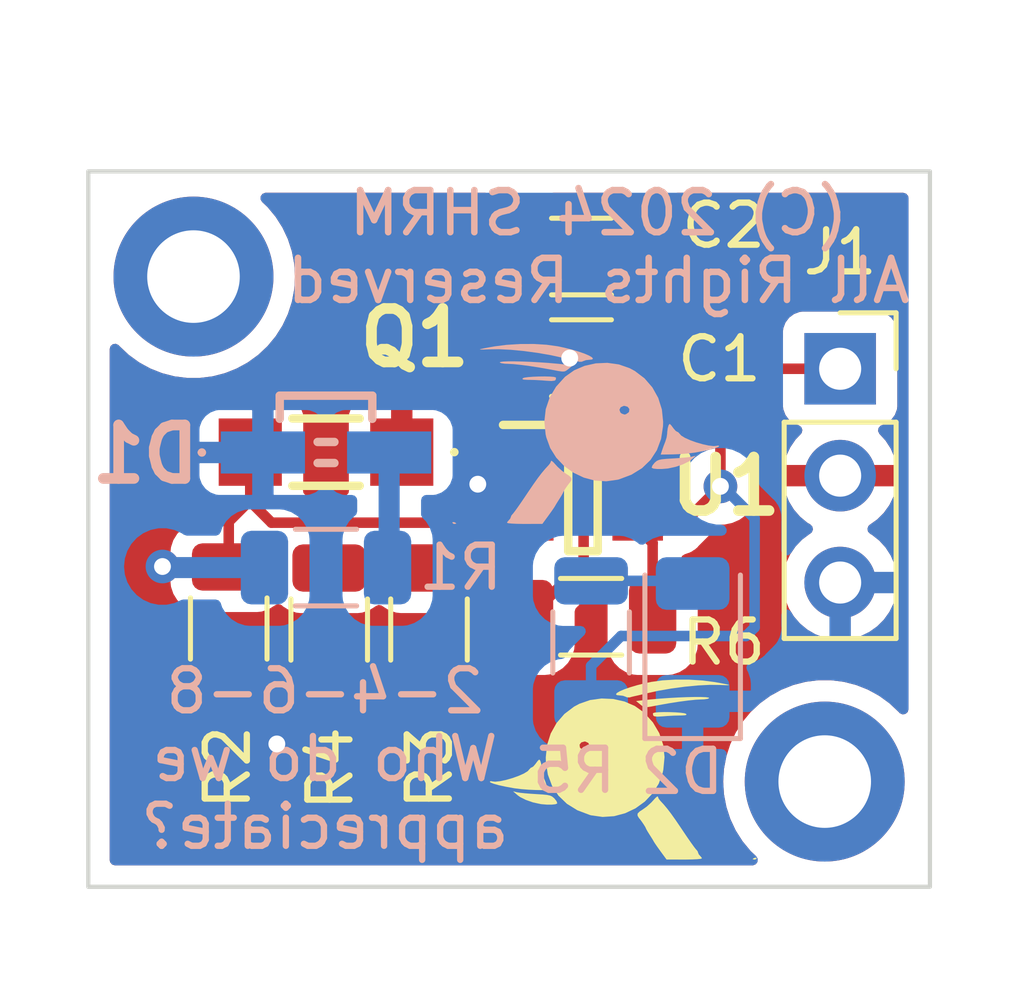
<source format=kicad_pcb>
(kicad_pcb (version 20211014) (generator pcbnew)
  (layers (0 "F.Cu" signal) (31 "B.Cu" signal) (34 "B.Paste" user) (35 "F.Paste" user) (36 "B.SilkS" user "B.Silkscreen") (37 "F.SilkS" user "F.Silkscreen") (38 "B.Mask" user) (39 "F.Mask" user) (44 "Edge.Cuts" user))
  (net 0 "")
  (net 1 "VDD")
  (net 2 "GND")
  (net 3 "Net-(D1-Pad2)")
  (net 4 "Net-(D2-Pad2)")
  (net 7 "/SIGNAL")
  (net 8 "/VLIGHT")
  (net 9 "/VREF")
  (footprint "Capacitor_SMD:C_1206_3216Metric" (layer "F.Cu") (at 135.9408 114.3762 180)
    (fp_text reference "C1" (at -3.2766 -0.0254) (layer "F.SilkS"))
    (fp_text value "0.1u" hide)
    (fp_line (start -0.711252 0.91) (end 0.711252 0.91) (layer "F.SilkS") (width 0.12))
    (fp_line (start -0.711252 -0.91) (end 0.711252 -0.91) (layer "F.SilkS") (width 0.12))
    (pad "1" smd roundrect (at -1.475 0 180) (size 1.15 1.8) (layers "F.Cu" "F.Paste" "F.Mask") (roundrect_rratio 0.217391) (net 1 "VDD"))
    (pad "2" smd roundrect (at 1.475 0 180) (size 1.15 1.8) (layers "F.Cu" "F.Paste" "F.Mask") (roundrect_rratio 0.217391) (net 2 "GND"))
  )
  (footprint "Capacitor_SMD:C_1206_3216Metric" (layer "F.Cu") (at 135.9408 111.9632 180)
    (fp_text reference "C2" (at -3.3782 0.7366) (layer "F.SilkS"))
    (fp_text value "10u" hide)
    (fp_line (start -0.711252 0.91) (end 0.711252 0.91) (layer "F.SilkS") (width 0.12))
    (fp_line (start -0.711252 -0.91) (end 0.711252 -0.91) (layer "F.SilkS") (width 0.12))
    (pad "1" smd roundrect (at -1.475 0 180) (size 1.15 1.8) (layers "F.Cu" "F.Paste" "F.Mask") (roundrect_rratio 0.217391) (net 1 "VDD"))
    (pad "2" smd roundrect (at 1.475 0 180) (size 1.15 1.8) (layers "F.Cu" "F.Paste" "F.Mask") (roundrect_rratio 0.217391) (net 2 "GND"))
  )
  (footprint "LOGO" (layer "F.Cu") (at 136.867979 124.042424)
    (fp_text reference "G***" hide)
    (fp_text value "LOGO" hide)
    (fp_poly (pts (xy 1.913529 -1.612956) (xy 2.027994 -1.608028) (xy 2.095237 -1.598176) (xy 2.10874 -1.585518) (xy 2.068515 -1.567943) (xy 1.985846 -1.556428) (xy 1.915173 -1.553808) (xy 1.783659 -1.547239) (xy 1.603859 -1.528767) (xy 1.389396 -1.500244) (xy 1.153894 -1.463519) (xy 0.910978 -1.420444) (xy 0.855456 -1.409827) (xy 0.721232 -1.384099) (xy 0.633459 -1.370926) (xy 0.576174 -1.371583) (xy 0.533419 -1.387349) (xy 0.489233 -1.419501) (xy 0.462668 -1.44126) (xy 0.370405 -1.516694) (xy 0.510234 -1.533172) (xy 0.715192 -1.554849) (xy 0.932945 -1.573567) (xy 1.154917 -1.589047) (xy 1.372535 -1.601006) (xy 1.577225 -1.609165) (xy 1.760414 -1.613242)) (layer "F.SilkS") (width 0) (fill solid))
    (fp_poly (pts (xy -2.457553 0.652201) (xy -2.387091 0.663295) (xy -2.270955 0.675428) (xy -2.126832 0.68694) (xy -2.009205 0.694266) (xy -1.853049 0.703776) (xy -1.746381 0.71433) (xy -1.675307 0.729251) (xy -1.625933 0.75186) (xy -1.584368 0.785478) (xy -1.570379 0.799171) (xy -1.520224 0.86201) (xy -1.502998 0.910599) (xy -1.505305 0.918085) (xy -1.54761 0.936206) (xy -1.634964 0.945402) (xy -1.74955 0.945105) (xy -1.87355 0.93475) (xy -1.902621 0.930722) (xy -2.078791 0.892148) (xy -2.246978 0.834097) (xy -2.385556 0.764848) (xy -2.442371 0.724087) (xy -2.552684 0.629352)) (layer "F.SilkS") (width 0) (fill solid))
    (fp_poly (pts (xy 1.173233 -1.252933) (xy 1.31073 -1.247596) (xy 1.431621 -1.238651) (xy 1.519947 -1.226466) (xy 1.558521 -1.212921) (xy 1.569023 -1.190641) (xy 1.538199 -1.178305) (xy 1.456856 -1.173453) (xy 1.409526 -1.173058) (xy 1.269146 -1.169573) (xy 1.109184 -1.160852) (xy 1.011253 -1.153033) (xy 0.880632 -1.145606) (xy 0.804317 -1.15397) (xy 0.778178 -1.171223) (xy 0.76954 -1.218598) (xy 0.776355 -1.230886) (xy 0.820691 -1.243641) (xy 0.912254 -1.251322) (xy 1.035088 -1.254298)) (layer "F.SilkS") (width 0) (fill solid))
    (fp_poly (pts (xy -0.174329 -1.565625) (xy 0.092865 -1.505977) (xy 0.338788 -1.400343) (xy 0.550834 -1.250438) (xy 0.560158 -1.241962) (xy 0.769832 -1.009562) (xy 0.92166 -0.753375) (xy 1.014415 -0.477375) (xy 1.046871 -0.185536) (xy 1.017802 0.118168) (xy 1.002047 0.190262) (xy 0.908848 0.447122) (xy 0.764851 0.676312) (xy 0.578424 0.872996) (xy 0.357936 1.032337) (xy 0.111758 1.149496) (xy -0.151741 1.219637) (xy -0.424193 1.237923) (xy -0.697227 1.199516) (xy -0.729338 1.19095) (xy -1.024576 1.07954) (xy -1.273816 0.925399) (xy -1.475151 0.73102) (xy -1.626672 0.498897) (xy -1.726471 0.231521) (xy -1.772638 -0.068613) (xy -1.77578 -0.176069) (xy -1.745777 -0.469817) (xy -1.742358 -0.480644) (xy -0.972056 -0.480644) (xy -0.965159 -0.416207) (xy -0.953516 -0.399037) (xy -0.893254 -0.356969) (xy -0.856179 -0.348814) (xy -0.790577 -0.371688) (xy -0.758842 -0.399037) (xy -0.737006 -0.463426) (xy -0.765568 -0.521108) (xy -0.832697 -0.553139) (xy -0.856179 -0.554931) (xy -0.931786 -0.533202) (xy -0.972056 -0.480644) (xy -1.742358 -0.480644) (xy -1.658908 -0.744942) (xy -1.519881 -0.993923) (xy -1.333405 -1.209237) (xy -1.104187 -1.383361) (xy -0.977475 -1.451471) (xy -0.722106 -1.54009) (xy -0.450188 -1.577569)) (layer "F.SilkS") (width 0) (fill solid))
    (fp_poly (pts (xy 1.627634 -2.02484) (xy 1.949354 -2.004754) (xy 2.228638 -1.968782) (xy 2.36816 -1.944348) (xy 2.482738 -1.922503) (xy 2.559029 -1.905904) (xy 2.583677 -1.898054) (xy 2.561392 -1.893352) (xy 2.490418 -1.893076) (xy 2.385332 -1.897221) (xy 2.368648 -1.898158) (xy 2.126491 -1.901289) (xy 1.840713 -1.886985) (xy 1.528084 -1.857171) (xy 1.205376 -1.813773) (xy 0.889361 -1.758717) (xy 0.602497 -1.695351) (xy 0.488544 -1.667613) (xy 0.386995 -1.644032) (xy 0.343833 -1.634676) (xy 0.264235 -1.615959) (xy 0.216991 -1.601841) (xy 0.155679 -1.603951) (xy 0.126842 -1.617076) (xy 0.059482 -1.640975) (xy -0.006056 -1.648453) (xy -0.085112 -1.656603) (xy -0.108825 -1.678049) (xy -0.083236 -1.710144) (xy -0.014384 -1.750238) (xy 0.09169 -1.795684) (xy 0.228945 -1.843833) (xy 0.391341 -1.892037) (xy 0.572838 -1.937646) (xy 0.729003 -1.970734) (xy 0.996295 -2.007858) (xy 1.302893 -2.025884)) (layer "F.SilkS") (width 0) (fill solid))
    (fp_poly (pts (xy 0.88727 0.753121) (xy 0.908075 0.804896) (xy 0.943384 0.850559) (xy 1.029779 0.944312) (xy 1.114021 1.044918) (xy 1.204288 1.163249) (xy 1.30876 1.310174) (xy 1.435617 1.496563) (xy 1.484506 1.569663) (xy 1.58425 1.717382) (xy 1.673212 1.845563) (xy 1.744981 1.945253) (xy 1.793145 2.007493) (xy 1.809833 2.024178) (xy 1.83729 2.060575) (xy 1.839201 2.075789) (xy 1.861461 2.12897) (xy 1.886767 2.156305) (xy 1.92663 2.20208) (xy 1.934333 2.223608) (xy 1.90457 2.233803) (xy 1.823057 2.242178) (xy 1.701453 2.247988) (xy 1.551418 2.250484) (xy 1.51417 2.250512) (xy 1.094008 2.249587) (xy 0.951311 2.054533) (xy 0.880561 1.956296) (xy 0.824738 1.875959) (xy 0.794465 1.828861) (xy 0.792759 1.825557) (xy 0.767178 1.780665) (xy 0.719805 1.704357) (xy 0.689701 1.657497) (xy 0.639685 1.577327) (xy 0.608141 1.520543) (xy 0.602497 1.505589) (xy 0.585915 1.471465) (xy 0.546065 1.408532) (xy 0.497788 1.338676) (xy 0.455929 1.283778) (xy 0.441632 1.268415) (xy 0.416051 1.227929) (xy 0.403751 1.19905) (xy 0.407925 1.154888) (xy 0.458598 1.105243) (xy 0.522017 1.06468) (xy 0.6266 0.989783) (xy 0.732759 0.89313) (xy 0.773323 0.848651) (xy 0.834204 0.782378) (xy 0.875588 0.749448)) (layer "F.SilkS") (width 0) (fill solid))
    (fp_poly (pts (xy -1.906157 -0.098666) (xy -1.885249 -0.028186) (xy -1.87277 0.063709) (xy -1.871344 0.101983) (xy -1.858463 0.192614) (xy -1.828031 0.290934) (xy -1.827487 0.292245) (xy -1.785926 0.399236) (xy -1.750966 0.499438) (xy -1.717868 0.602497) (xy -2.008434 0.598086) (xy -2.176494 0.591105) (xy -2.356311 0.576657) (xy -2.513431 0.557623) (xy -2.536829 0.553901) (xy -2.729325 0.518702) (xy -2.890939 0.483219) (xy -3.013264 0.449697) (xy -3.087896 0.420384) (xy -3.107615 0.401338) (xy -3.084404 0.386211) (xy -3.062099 0.391205) (xy -2.979933 0.40082) (xy -2.859948 0.387959) (xy -2.716752 0.357283) (xy -2.564952 0.31345) (xy -2.419157 0.26112) (xy -2.293974 0.204953) (xy -2.204013 0.149606) (xy -2.165572 0.105254) (xy -2.129058 0.066853) (xy -2.113274 0.06333) (xy -2.073096 0.039155) (xy -2.021648 -0.02008) (xy -2.013608 -0.03171) (xy -1.966747 -0.09437) (xy -1.933387 -0.125873) (xy -1.930102 -0.12675)) (layer "F.SilkS") (width 0) (fill solid))
    (fp_poly (pts (xy 3.234457 2.220721) (xy 3.208758 2.247976) (xy 3.186892 2.251436) (xy 3.144584 2.244651) (xy 3.139326 2.238973) (xy 3.164122 2.218526) (xy 3.186892 2.208258) (xy 3.227724 2.207599)) (layer "F.SilkS") (width 0) (fill solid))
  )
  (footprint "Connector_PinSocket_2.54mm:PinSocket_1x03_P2.54mm_Vertical" (layer "F.Cu") (at 142.0876 114.6302)
    (fp_text reference "J1" (at 0 -2.77) (layer "F.SilkS"))
    (fp_text value "Conn_01x03" hide)
    (fp_line (start -1.33 1.27) (end 1.33 1.27) (layer "F.SilkS") (width 0.12))
    (fp_line (start 1.33 -1.33) (end 1.33 0) (layer "F.SilkS") (width 0.12))
    (fp_line (start 0 -1.33) (end 1.33 -1.33) (layer "F.SilkS") (width 0.12))
    (fp_line (start -1.33 6.41) (end 1.33 6.41) (layer "F.SilkS") (width 0.12))
    (fp_line (start -1.33 1.27) (end -1.33 6.41) (layer "F.SilkS") (width 0.12))
    (fp_line (start 1.33 1.27) (end 1.33 6.41) (layer "F.SilkS") (width 0.12))
    (pad "1" thru_hole rect (at 0 0) (size 1.7 1.7) (drill 1) (layers *.Cu *.Mask) (net 7 "/SIGNAL"))
    (pad "2" thru_hole oval (at 0 2.54) (size 1.7 1.7) (drill 1) (layers *.Cu *.Mask) (net 1 "VDD"))
    (pad "3" thru_hole oval (at 0 5.08) (size 1.7 1.7) (drill 1) (layers *.Cu *.Mask) (net 2 "GND"))
  )
  (footprint "MountingHole:MountingHole_2.2mm_M2_DIN965_Pad" (layer "F.Cu") (at 141.7212 124.4398)
    (fp_text reference "H1" hide)
    (fp_text value "MountingHole_Pad" hide)
    (pad "1" thru_hole circle (at 0 0) (size 3.8 3.8) (drill 2.2) (layers *.Cu *.Mask))
  )
  (footprint "MountingHole:MountingHole_2.2mm_M2_DIN965_Pad" (layer "F.Cu") (at 126.7212 112.4398)
    (fp_text reference "H2" hide)
    (fp_text value "MountingHole_Pad" hide)
    (pad "1" thru_hole circle (at 0 0) (size 3.8 3.8) (drill 2.2) (layers *.Cu *.Mask))
  )
  (footprint "Appreciate:SOT95P285X145-5N" (layer "F.Cu") (at 135.9764 117.4646)
    (fp_text reference "U1" (at 3.3934 -0.0404) (layer "F.SilkS") (effects (font (size 1.27 1.27) (thickness 0.254))))
    (fp_text value "APX321WG-7" hide)
    (fp_line (start -0.35 1.5) (end -0.35 -1.5) (layer "F.SilkS") (width 0.2))
    (fp_line (start -0.35 -1.5) (end 0.35 -1.5) (layer "F.SilkS") (width 0.2))
    (fp_line (start 0.35 -1.5) (end 0.35 1.5) (layer "F.SilkS") (width 0.2))
    (fp_line (start -1.9 -1.5) (end -0.7 -1.5) (layer "F.SilkS") (width 0.2))
    (fp_line (start 0.35 1.5) (end -0.35 1.5) (layer "F.SilkS") (width 0.2))
    (pad "1" smd rect (at -1.3 -0.95 90) (size 0.6 1.2) (layers "F.Cu" "F.Paste" "F.Mask") (net 9 "/VREF"))
    (pad "2" smd rect (at -1.3 0 90) (size 0.6 1.2) (layers "F.Cu" "F.Paste" "F.Mask") (net 2 "GND"))
    (pad "3" smd rect (at -1.3 0.95 90) (size 0.6 1.2) (layers "F.Cu" "F.Paste" "F.Mask") (net 8 "/VLIGHT"))
    (pad "4" smd rect (at 1.3 0.95 90) (size 0.6 1.2) (layers "F.Cu" "F.Paste" "F.Mask") (net 7 "/SIGNAL"))
    (pad "5" smd rect (at 1.3 -0.95 90) (size 0.6 1.2) (layers "F.Cu" "F.Paste" "F.Mask") (net 1 "VDD"))
  )
  (footprint "Resistor_SMD:R_1206_3216Metric" (layer "F.Cu") (at 136.1694 120.523)
    (fp_text reference "R6" (at 3.1496 0.6096) (layer "F.SilkS"))
    (fp_text value "5k" hide)
    (fp_line (start -0.727064 -0.91) (end 0.727064 -0.91) (layer "F.SilkS") (width 0.12))
    (fp_line (start -0.727064 0.91) (end 0.727064 0.91) (layer "F.SilkS") (width 0.12))
    (pad "1" smd roundrect (at -1.4625 0) (size 1.125 1.75) (layers "F.Cu" "F.Paste" "F.Mask") (roundrect_rratio 0.222222) (net 9 "/VREF"))
    (pad "2" smd roundrect (at 1.4625 0) (size 1.125 1.75) (layers "F.Cu" "F.Paste" "F.Mask") (roundrect_rratio 0.222222) (net 7 "/SIGNAL"))
  )
  (footprint "Appreciate:APTR3216P3BT" (layer "F.Cu") (at 129.8702 116.6114 180)
    (fp_text reference "Q1" (at -2.1082 2.7178) (layer "F.SilkS") (effects (font (size 1.27 1.27) (thickness 0.254))))
    (fp_text value "APTR3216P3BT" hide)
    (fp_line (start -3.1 0) (end -3.1 0) (layer "F.SilkS") (width 0.1))
    (fp_line (start -3 0) (end -3 0) (layer "F.SilkS") (width 0.1))
    (fp_line (start -0.8 -0.8) (end 0.8 -0.8) (layer "F.SilkS") (width 0.2))
    (fp_line (start -0.8 0.8) (end 0.8 0.8) (layer "F.SilkS") (width 0.2))
    (fp_arc (start -3.1 0) (mid -3.05 -0.05) (end -3 0) (layer "F.SilkS") (width 0.1))
    (fp_arc (start -3 0) (mid -3.05 0.05) (end -3.1 0) (layer "F.SilkS") (width 0.1))
    (pad "1" smd rect (at -1.8 0 180) (size 1.5 1.6) (layers "F.Cu" "F.Paste" "F.Mask") (net 1 "VDD"))
    (pad "2" smd rect (at 1.8 0 180) (size 1.5 1.6) (layers "F.Cu" "F.Paste" "F.Mask") (net 8 "/VLIGHT"))
  )
  (footprint "Resistor_SMD:R_1206_3216Metric" (layer "F.Cu") (at 129.9464 120.8278 -90)
    (fp_text reference "R4" (at 3.302 -0.0254 90) (layer "F.SilkS"))
    (fp_text value "2k" hide)
    (fp_line (start -0.727064 -0.91) (end 0.727064 -0.91) (layer "F.SilkS") (width 0.12))
    (fp_line (start -0.727064 0.91) (end 0.727064 0.91) (layer "F.SilkS") (width 0.12))
    (pad "1" smd roundrect (at -1.4625 0 270) (size 1.125 1.75) (layers "F.Cu" "F.Paste" "F.Mask") (roundrect_rratio 0.222222) (net 9 "/VREF"))
    (pad "2" smd roundrect (at 1.4625 0 270) (size 1.125 1.75) (layers "F.Cu" "F.Paste" "F.Mask") (roundrect_rratio 0.222222) (net 2 "GND"))
  )
  (footprint "Resistor_SMD:R_1206_3216Metric" (layer "F.Cu") (at 127.5588 120.8024 -90)
    (fp_text reference "R2" (at 3.302 0.0254 90) (layer "F.SilkS"))
    (fp_text value "2k1" hide)
    (fp_line (start -0.727064 0.91) (end 0.727064 0.91) (layer "F.SilkS") (width 0.12))
    (fp_line (start -0.727064 -0.91) (end 0.727064 -0.91) (layer "F.SilkS") (width 0.12))
    (pad "1" smd roundrect (at -1.4625 0 270) (size 1.125 1.75) (layers "F.Cu" "F.Paste" "F.Mask") (roundrect_rratio 0.222222) (net 8 "/VLIGHT"))
    (pad "2" smd roundrect (at 1.4625 0 270) (size 1.125 1.75) (layers "F.Cu" "F.Paste" "F.Mask") (roundrect_rratio 0.222222) (net 2 "GND"))
  )
  (footprint "Resistor_SMD:R_1206_3216Metric" (layer "F.Cu") (at 132.3174 120.8266 90)
    (fp_text reference "R3" (at -3.2778 0.0166 90) (layer "F.SilkS"))
    (fp_text value "3k" hide)
    (fp_line (start -0.727064 -0.91) (end 0.727064 -0.91) (layer "F.SilkS") (width 0.12))
    (fp_line (start -0.727064 0.91) (end 0.727064 0.91) (layer "F.SilkS") (width 0.12))
    (pad "1" smd roundrect (at -1.4625 0 90) (size 1.125 1.75) (layers "F.Cu" "F.Paste" "F.Mask") (roundrect_rratio 0.222222) (net 1 "VDD"))
    (pad "2" smd roundrect (at 1.4625 0 90) (size 1.125 1.75) (layers "F.Cu" "F.Paste" "F.Mask") (roundrect_rratio 0.222222) (net 9 "/VREF"))
  )
  (footprint "Resistor_SMD:R_1206_3216Metric" (layer "B.Cu") (at 129.8702 119.3546)
    (fp_text reference "R1" (at 3.2004 0) (layer "B.SilkS") (effects (justify mirror)))
    (fp_text value "180" hide)
    (fp_line (start -0.727064 -0.91) (end 0.727064 -0.91) (layer "B.SilkS") (width 0.12))
    (fp_line (start -0.727064 0.91) (end 0.727064 0.91) (layer "B.SilkS") (width 0.12))
    (pad "1" smd roundrect (at -1.4625 0) (size 1.125 1.75) (layers "B.Cu" "B.Paste" "B.Mask") (roundrect_rratio 0.222222) (net 1 "VDD"))
    (pad "2" smd roundrect (at 1.4625 0) (size 1.125 1.75) (layers "B.Cu" "B.Paste" "B.Mask") (roundrect_rratio 0.222222) (net 3 "Net-(D1-Pad2)"))
  )
  (footprint "Appreciate:APDA3020F3CP22" (layer "B.Cu") (at 129.8702 115.5446 180)
    (fp_text reference "D1" (at 4.2926 -1.1176) (layer "B.SilkS") (effects (font (size 1.27 1.27) (thickness 0.254)) (justify mirror)))
    (fp_text value "APDA3020F3C-P22" hide)
    (fp_line (start -1.1 0.275) (end 1.1 0.275) (layer "B.SilkS") (width 0.2))
    (fp_line (start 2.9 -1.075) (end 2.9 -1.075) (layer "B.SilkS") (width 0.1))
    (fp_line (start -0.2 -1.325) (end 0.2 -1.325) (layer "B.SilkS") (width 0.2))
    (fp_line (start 1.1 0.275) (end 1.1 -0.275) (layer "B.SilkS") (width 0.2))
    (fp_line (start 3 -1.075) (end 3 -1.075) (layer "B.SilkS") (width 0.1))
    (fp_line (start -1.1 -0.275) (end -1.1 0.275) (layer "B.SilkS") (width 0.2))
    (fp_line (start -0.2 -0.825) (end 0.2 -0.825) (layer "B.SilkS") (width 0.2))
    (fp_arc (start 3 -1.075) (mid 2.95 -1.025) (end 2.9 -1.075) (layer "B.SilkS") (width 0.1))
    (fp_arc (start 2.9 -1.075) (mid 2.95 -1.125) (end 3 -1.075) (layer "B.SilkS") (width 0.1))
    (pad "1" smd rect (at 1.5 -1.075 90) (size 1 2) (layers "B.Cu" "B.Paste" "B.Mask") (net 2 "GND"))
    (pad "2" smd rect (at -1.5 -1.075 90) (size 1 2) (layers "B.Cu" "B.Paste" "B.Mask") (net 3 "Net-(D1-Pad2)"))
  )
  (footprint "LED_SMD:LED_1206_3216Metric" (layer "B.Cu") (at 138.5824 121.1326 90)
    (fp_text reference "D2" (at -3.0734 -0.254) (layer "B.SilkS") (effects (justify mirror)))
    (fp_text value "LED" hide)
    (fp_line (start -2.285 -1.135) (end 1.6 -1.135) (layer "B.SilkS") (width 0.12))
    (fp_line (start 1.6 1.135) (end -2.285 1.135) (layer "B.SilkS") (width 0.12))
    (fp_line (start -2.285 1.135) (end -2.285 -1.135) (layer "B.SilkS") (width 0.12))
    (pad "1" smd roundrect (at -1.4 0 90) (size 1.25 1.75) (layers "B.Cu" "B.Paste" "B.Mask") (roundrect_rratio 0.2) (net 2 "GND"))
    (pad "2" smd roundrect (at 1.4 0 90) (size 1.25 1.75) (layers "B.Cu" "B.Paste" "B.Mask") (roundrect_rratio 0.2) (net 4 "Net-(D2-Pad2)"))
  )
  (footprint "Resistor_SMD:R_1206_3216Metric" (layer "B.Cu") (at 136.1694 121.1326 90)
    (fp_text reference "R5" (at -3.048 -0.4064) (layer "B.SilkS") (effects (justify mirror)))
    (fp_text value "R_Small" hide)
    (fp_line (start -0.727064 0.91) (end 0.727064 0.91) (layer "B.SilkS") (width 0.12))
    (fp_line (start -0.727064 -0.91) (end 0.727064 -0.91) (layer "B.SilkS") (width 0.12))
    (pad "1" smd roundrect (at -1.4625 0 90) (size 1.125 1.75) (layers "B.Cu" "B.Paste" "B.Mask") (roundrect_rratio 0.222222) (net 7 "/SIGNAL"))
    (pad "2" smd roundrect (at 1.4625 0 90) (size 1.125 1.75) (layers "B.Cu" "B.Paste" "B.Mask") (roundrect_rratio 0.222222) (net 4 "Net-(D2-Pad2)"))
  )
  (footprint "LOGO" (layer "B.Cu") (at 136.105821 116.066824 180)
    (fp_text reference "G***" hide)
    (fp_text value "LOGO" hide)
    (fp_poly (pts (xy 3.234457 -2.220721) (xy 3.208758 -2.247976) (xy 3.186892 -2.251436) (xy 3.144584 -2.244651) (xy 3.139326 -2.238973) (xy 3.164122 -2.218526) (xy 3.186892 -2.208258) (xy 3.227724 -2.207599)) (layer "B.SilkS") (width 0) (fill solid))
    (fp_poly (pts (xy 1.913529 1.612956) (xy 2.027994 1.608028) (xy 2.095237 1.598176) (xy 2.10874 1.585518) (xy 2.068515 1.567943) (xy 1.985846 1.556428) (xy 1.915173 1.553808) (xy 1.783659 1.547239) (xy 1.603859 1.528767) (xy 1.389396 1.500244) (xy 1.153894 1.463519) (xy 0.910978 1.420444) (xy 0.855456 1.409827) (xy 0.721232 1.384099) (xy 0.633459 1.370926) (xy 0.576174 1.371583) (xy 0.533419 1.387349) (xy 0.489233 1.419501) (xy 0.462668 1.44126) (xy 0.370405 1.516694) (xy 0.510234 1.533172) (xy 0.715192 1.554849) (xy 0.932945 1.573567) (xy 1.154917 1.589047) (xy 1.372535 1.601006) (xy 1.577225 1.609165) (xy 1.760414 1.613242)) (layer "B.SilkS") (width 0) (fill solid))
    (fp_poly (pts (xy 0.88727 -0.753121) (xy 0.908075 -0.804896) (xy 0.943384 -0.850559) (xy 1.029779 -0.944312) (xy 1.114021 -1.044918) (xy 1.204288 -1.163249) (xy 1.30876 -1.310174) (xy 1.435617 -1.496563) (xy 1.484506 -1.569663) (xy 1.58425 -1.717382) (xy 1.673212 -1.845563) (xy 1.744981 -1.945253) (xy 1.793145 -2.007493) (xy 1.809833 -2.024178) (xy 1.83729 -2.060575) (xy 1.839201 -2.075789) (xy 1.861461 -2.12897) (xy 1.886767 -2.156305) (xy 1.92663 -2.20208) (xy 1.934333 -2.223608) (xy 1.90457 -2.233803) (xy 1.823057 -2.242178) (xy 1.701453 -2.247988) (xy 1.551418 -2.250484) (xy 1.51417 -2.250512) (xy 1.094008 -2.249587) (xy 0.951311 -2.054533) (xy 0.880561 -1.956296) (xy 0.824738 -1.875959) (xy 0.794465 -1.828861) (xy 0.792759 -1.825557) (xy 0.767178 -1.780665) (xy 0.719805 -1.704357) (xy 0.689701 -1.657497) (xy 0.639685 -1.577327) (xy 0.608141 -1.520543) (xy 0.602497 -1.505589) (xy 0.585915 -1.471465) (xy 0.546065 -1.408532) (xy 0.497788 -1.338676) (xy 0.455929 -1.283778) (xy 0.441632 -1.268415) (xy 0.416051 -1.227929) (xy 0.403751 -1.19905) (xy 0.407925 -1.154888) (xy 0.458598 -1.105243) (xy 0.522017 -1.06468) (xy 0.6266 -0.989783) (xy 0.732759 -0.89313) (xy 0.773323 -0.848651) (xy 0.834204 -0.782378) (xy 0.875588 -0.749448)) (layer "B.SilkS") (width 0) (fill solid))
    (fp_poly (pts (xy -1.906157 0.098666) (xy -1.885249 0.028186) (xy -1.87277 -0.063709) (xy -1.871344 -0.101983) (xy -1.858463 -0.192614) (xy -1.828031 -0.290934) (xy -1.827487 -0.292245) (xy -1.785926 -0.399236) (xy -1.750966 -0.499438) (xy -1.717868 -0.602497) (xy -2.008434 -0.598086) (xy -2.176494 -0.591105) (xy -2.356311 -0.576657) (xy -2.513431 -0.557623) (xy -2.536829 -0.553901) (xy -2.729325 -0.518702) (xy -2.890939 -0.483219) (xy -3.013264 -0.449697) (xy -3.087896 -0.420384) (xy -3.107615 -0.401338) (xy -3.084404 -0.386211) (xy -3.062099 -0.391205) (xy -2.979933 -0.40082) (xy -2.859948 -0.387959) (xy -2.716752 -0.357283) (xy -2.564952 -0.31345) (xy -2.419157 -0.26112) (xy -2.293974 -0.204953) (xy -2.204013 -0.149606) (xy -2.165572 -0.105254) (xy -2.129058 -0.066853) (xy -2.113274 -0.06333) (xy -2.073096 -0.039155) (xy -2.021648 0.02008) (xy -2.013608 0.03171) (xy -1.966747 0.09437) (xy -1.933387 0.125873) (xy -1.930102 0.12675)) (layer "B.SilkS") (width 0) (fill solid))
    (fp_poly (pts (xy 1.173233 1.252933) (xy 1.31073 1.247596) (xy 1.431621 1.238651) (xy 1.519947 1.226466) (xy 1.558521 1.212921) (xy 1.569023 1.190641) (xy 1.538199 1.178305) (xy 1.456856 1.173453) (xy 1.409526 1.173058) (xy 1.269146 1.169573) (xy 1.109184 1.160852) (xy 1.011253 1.153033) (xy 0.880632 1.145606) (xy 0.804317 1.15397) (xy 0.778178 1.171223) (xy 0.76954 1.218598) (xy 0.776355 1.230886) (xy 0.820691 1.243641) (xy 0.912254 1.251322) (xy 1.035088 1.254298)) (layer "B.SilkS") (width 0) (fill solid))
    (fp_poly (pts (xy -0.174329 1.565625) (xy 0.092865 1.505977) (xy 0.338788 1.400343) (xy 0.550834 1.250438) (xy 0.560158 1.241962) (xy 0.769832 1.009562) (xy 0.92166 0.753375) (xy 1.014415 0.477375) (xy 1.046871 0.185536) (xy 1.017802 -0.118168) (xy 1.002047 -0.190262) (xy 0.908848 -0.447122) (xy 0.764851 -0.676312) (xy 0.578424 -0.872996) (xy 0.357936 -1.032337) (xy 0.111758 -1.149496) (xy -0.151741 -1.219637) (xy -0.424193 -1.237923) (xy -0.697227 -1.199516) (xy -0.729338 -1.19095) (xy -1.024576 -1.07954) (xy -1.273816 -0.925399) (xy -1.475151 -0.73102) (xy -1.626672 -0.498897) (xy -1.726471 -0.231521) (xy -1.772638 0.068613) (xy -1.77578 0.176069) (xy -1.745777 0.469817) (xy -1.742358 0.480644) (xy -0.972056 0.480644) (xy -0.965159 0.416207) (xy -0.953516 0.399037) (xy -0.893254 0.356969) (xy -0.856179 0.348814) (xy -0.790577 0.371688) (xy -0.758842 0.399037) (xy -0.737006 0.463426) (xy -0.765568 0.521108) (xy -0.832697 0.553139) (xy -0.856179 0.554931) (xy -0.931786 0.533202) (xy -0.972056 0.480644) (xy -1.742358 0.480644) (xy -1.658908 0.744942) (xy -1.519881 0.993923) (xy -1.333405 1.209237) (xy -1.104187 1.383361) (xy -0.977475 1.451471) (xy -0.722106 1.54009) (xy -0.450188 1.577569)) (layer "B.SilkS") (width 0) (fill solid))
    (fp_poly (pts (xy 1.627634 2.02484) (xy 1.949354 2.004754) (xy 2.228638 1.968782) (xy 2.36816 1.944348) (xy 2.482738 1.922503) (xy 2.559029 1.905904) (xy 2.583677 1.898054) (xy 2.561392 1.893352) (xy 2.490418 1.893076) (xy 2.385332 1.897221) (xy 2.368648 1.898158) (xy 2.126491 1.901289) (xy 1.840713 1.886985) (xy 1.528084 1.857171) (xy 1.205376 1.813773) (xy 0.889361 1.758717) (xy 0.602497 1.695351) (xy 0.488544 1.667613) (xy 0.386995 1.644032) (xy 0.343833 1.634676) (xy 0.264235 1.615959) (xy 0.216991 1.601841) (xy 0.155679 1.603951) (xy 0.126842 1.617076) (xy 0.059482 1.640975) (xy -0.006056 1.648453) (xy -0.085112 1.656603) (xy -0.108825 1.678049) (xy -0.083236 1.710144) (xy -0.014384 1.750238) (xy 0.09169 1.795684) (xy 0.228945 1.843833) (xy 0.391341 1.892037) (xy 0.572838 1.937646) (xy 0.729003 1.970734) (xy 0.996295 2.007858) (xy 1.302893 2.025884)) (layer "B.SilkS") (width 0) (fill solid))
    (fp_poly (pts (xy -2.457553 -0.652201) (xy -2.387091 -0.663295) (xy -2.270955 -0.675428) (xy -2.126832 -0.68694) (xy -2.009205 -0.694266) (xy -1.853049 -0.703776) (xy -1.746381 -0.71433) (xy -1.675307 -0.729251) (xy -1.625933 -0.75186) (xy -1.584368 -0.785478) (xy -1.570379 -0.799171) (xy -1.520224 -0.86201) (xy -1.502998 -0.910599) (xy -1.505305 -0.918085) (xy -1.54761 -0.936206) (xy -1.634964 -0.945402) (xy -1.74955 -0.945105) (xy -1.87355 -0.93475) (xy -1.902621 -0.930722) (xy -2.078791 -0.892148) (xy -2.246978 -0.834097) (xy -2.385556 -0.764848) (xy -2.442371 -0.724087) (xy -2.552684 -0.629352)) (layer "B.SilkS") (width 0) (fill solid))
  )
  (gr_rect (start 124.2212 109.9398) (end 144.2212 126.9398) (layer "Edge.Cuts") (width 0.1) (fill none))
  (gr_text "2-4-6-8\nWho do we\nappreciate?" (at 129.8448 123.9012) (layer "B.SilkS") (effects (font (size 1 1)) (justify mirror)))
  (gr_text "(C) 2024 SHRM\nAll Rights Reserved" (at 136.3472 111.7346) (layer "B.SilkS") (effects (font (size 1 1) (thickness 0.155)) (justify mirror)))
  (via (at 125.984 119.3292) (size 0.8) (drill 0.4) (layers "F.Cu" "B.Cu") (net 1))
  (segment (start 126.0094 119.3546) (end 125.984 119.3292) (width 0.5) (layer "B.Cu") (net 1))
  (segment (start 128.4077 119.3546) (end 126.0094 119.3546) (width 0.5) (layer "B.Cu") (net 1))
  (segment (start 134.6764 117.4646) (end 133.5682 117.4646) (width 0.25) (layer "F.Cu") (net 2))
  (segment (start 129.9464 122.2903) (end 128.7125 122.2903) (width 0.5) (layer "F.Cu") (net 2))
  (segment (start 128.7125 123.5349) (end 128.7018 123.5456) (width 0.5) (layer "F.Cu") (net 2))
  (segment (start 135.6614 114.3762) (end 134.4658 114.3762) (width 0.35) (layer "F.Cu") (net 2))
  (segment (start 127.5842 122.2903) (end 127.5588 122.2649) (width 0.25) (layer "F.Cu") (net 2))
  (segment (start 133.5682 117.4646) (end 133.477 117.3734) (width 0.25) (layer "F.Cu") (net 2))
  (segment (start 134.4658 114.3762) (end 134.4658 111.9632) (width 0.35) (layer "F.Cu") (net 2))
  (segment (start 128.7125 122.2903) (end 127.5842 122.2903) (width 0.5) (layer "F.Cu") (net 2))
  (segment (start 128.7125 122.2903) (end 128.7125 123.5349) (width 0.5) (layer "F.Cu") (net 2))
  (via (at 135.6614 114.3762) (size 0.8) (drill 0.4) (layers "F.Cu" "B.Cu") (net 2))
  (via (at 128.7018 123.5456) (size 0.8) (drill 0.4) (layers "F.Cu" "B.Cu") (net 2))
  (via (at 133.477 117.3734) (size 0.8) (drill 0.4) (layers "F.Cu" "B.Cu") (net 2))
  (segment (start 131.3702 119.3306) (end 131.3942 119.3546) (width 0.5) (layer "B.Cu") (net 3))
  (segment (start 131.3702 116.6196) (end 131.3702 119.3306) (width 0.5) (layer "B.Cu") (net 3))
  (segment (start 131.3942 119.3546) (end 131.3327 119.3546) (width 0.25) (layer "B.Cu") (net 3))
  (segment (start 138.5199 119.6701) (end 138.5824 119.7326) (width 0.25) (layer "B.Cu") (net 4))
  (segment (start 136.1694 119.6701) (end 138.5199 119.6701) (width 0.25) (layer "B.Cu") (net 4))
  (segment (start 142.0876 114.6302) (end 140.3604 114.6302) (width 0.25) (layer "F.Cu") (net 7))
  (segment (start 139.2428 117.4242) (end 138.2524 118.4146) (width 0.25) (layer "F.Cu") (net 7))
  (segment (start 140.3604 114.6302) (end 139.2428 115.7478) (width 0.25) (layer "F.Cu") (net 7))
  (segment (start 137.6319 120.523) (end 137.6319 118.7701) (width 0.25) (layer "F.Cu") (net 7))
  (segment (start 137.6319 118.7701) (end 137.2764 118.4146) (width 0.25) (layer "F.Cu") (net 7))
  (segment (start 138.2524 118.4146) (end 137.2764 118.4146) (width 0.25) (layer "F.Cu") (net 7))
  (segment (start 139.2428 115.7478) (end 139.2428 117.4242) (width 0.25) (layer "F.Cu") (net 7))
  (via (at 139.2428 117.4242) (size 0.8) (drill 0.4) (layers "F.Cu" "B.Cu") (net 7))
  (segment (start 140.0556 118.1862) (end 139.2936 117.4242) (width 0.25) (layer "B.Cu") (net 7))
  (segment (start 136.1694 121.6914) (end 136.8806 120.9802) (width 0.25) (layer "B.Cu") (net 7))
  (segment (start 136.8806 120.9802) (end 139.8524 120.9802) (width 0.25) (layer "B.Cu") (net 7))
  (segment (start 139.2936 117.4242) (end 139.2428 117.4242) (width 0.25) (layer "B.Cu") (net 7))
  (segment (start 140.0556 120.777) (end 140.0556 118.1862) (width 0.25) (layer "B.Cu") (net 7))
  (segment (start 136.1694 122.5951) (end 136.1694 121.6914) (width 0.25) (layer "B.Cu") (net 7))
  (segment (start 139.8524 120.9802) (end 140.0556 120.777) (width 0.25) (layer "B.Cu") (net 7))
  (segment (start 128.0702 117.751) (end 127.5588 118.2624) (width 0.25) (layer "F.Cu") (net 8))
  (segment (start 134.5496 118.2878) (end 134.6764 118.4146) (width 0.25) (layer "F.Cu") (net 8))
  (segment (start 127.5588 118.2624) (end 127.5588 119.3399) (width 0.25) (layer "F.Cu") (net 8))
  (segment (start 128.5748 118.2878) (end 134.5496 118.2878) (width 0.25) (layer "F.Cu") (net 8))
  (segment (start 128.0702 116.6114) (end 128.0702 117.751) (width 0.25) (layer "F.Cu") (net 8))
  (segment (start 128.0702 116.6114) (end 128.0702 117.7832) (width 0.25) (layer "F.Cu") (net 8))
  (segment (start 128.0702 117.7832) (end 128.5748 118.2878) (width 0.25) (layer "F.Cu") (net 8))
  (segment (start 135.5392 116.5146) (end 135.9916 116.967) (width 0.25) (layer "F.Cu") (net 9))
  (segment (start 132.3174 119.3641) (end 133.0547 119.3641) (width 0.25) (layer "F.Cu") (net 9))
  (segment (start 135.9916 116.967) (end 135.9916 119.2383) (width 0.25) (layer "F.Cu") (net 9))
  (segment (start 134.2136 120.523) (end 134.7069 120.523) (width 0.25) (layer "F.Cu") (net 9))
  (segment (start 129.9464 119.3653) (end 132.3162 119.3653) (width 0.25) (layer "F.Cu") (net 9))
  (segment (start 133.0547 119.3641) (end 134.2136 120.523) (width 0.25) (layer "F.Cu") (net 9))
  (segment (start 132.3162 119.3653) (end 132.3174 119.3641) (width 0.25) (layer "F.Cu") (net 9))
  (segment (start 134.6764 116.5146) (end 135.5392 116.5146) (width 0.25) (layer "F.Cu") (net 9))
  (segment (start 135.9916 119.2383) (end 134.7069 120.523) (width 0.25) (layer "F.Cu") (net 9))
  (zone (net 1) (net_name "VDD") (layer "F.Cu") (connect_pads (clearance 0.508)) (min_thickness 0.254) (fill yes (thermal_gap 0.508) (thermal_bridge_width 0.508))
    (polygon (pts (xy 146.4564 129.794) (xy 122.1232 129.794) (xy 122.1232 105.8672) (xy 146.4564 105.8672)))
  )
  (zone (net 2) (net_name "GND") (layer "B.Cu") (connect_pads (clearance 0.508)) (min_thickness 0.254) (fill yes (thermal_gap 0.508) (thermal_bridge_width 0.508))
    (polygon (pts (xy 146.4564 129.794) (xy 122.1232 129.794) (xy 122.1232 105.8672) (xy 146.4564 105.8672)))
  )
)
</source>
